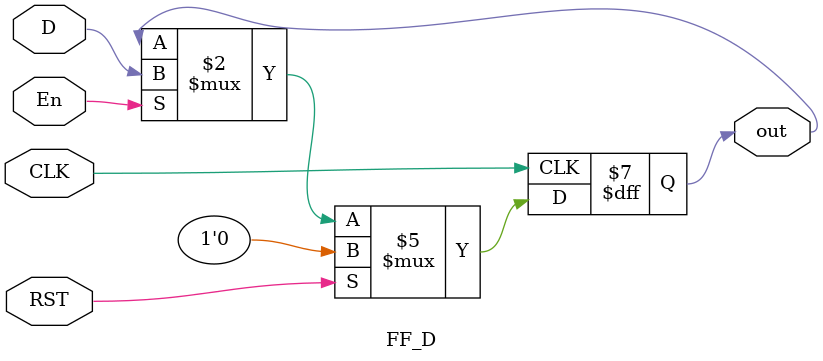
<source format=v>
`timescale 1ns / 1ps


module FF_D(
    input CLK,RST,En,D,
    output reg out
    );
    always @(posedge CLK)
      if (RST) begin
         out <= 1'b0;
      end else if (En) begin
         out <= D;
      end
endmodule

</source>
